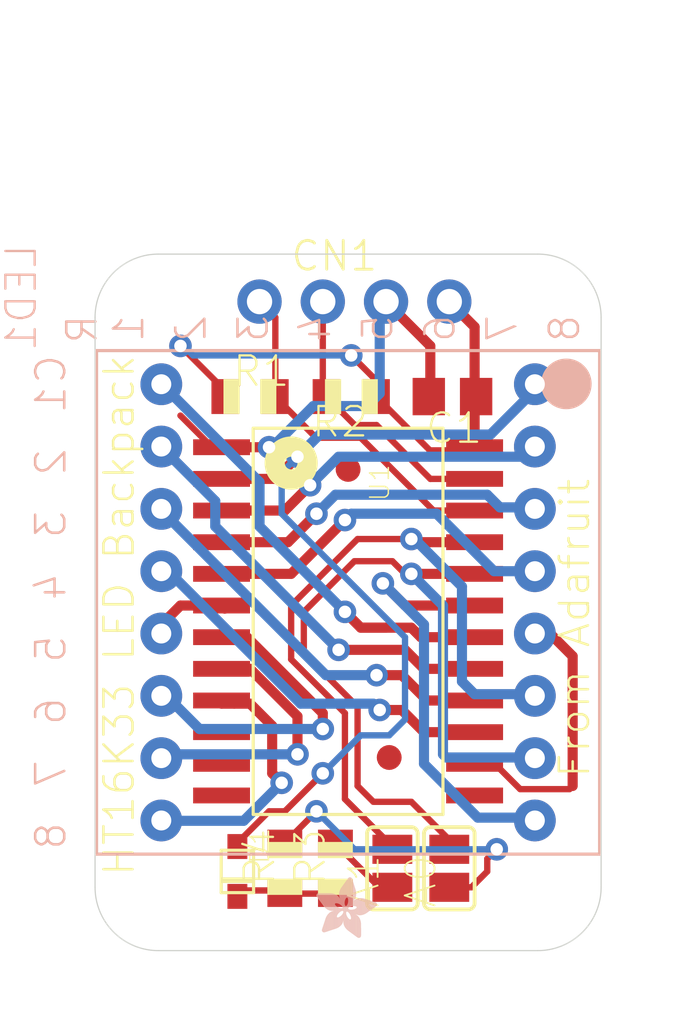
<source format=kicad_pcb>
(kicad_pcb (version 20211014) (generator pcbnew)
  (layers (0 "F.Cu" signal) (1 "In1.Cu" signal) (2 "In2.Cu" signal) (3 "In3.Cu" signal) (4 "In4.Cu" signal) (5 "In5.Cu" signal) (6 "In6.Cu" signal) (7 "In7.Cu" signal) (8 "In8.Cu" signal) (9 "In9.Cu" signal) (10 "In10.Cu" signal) (11 "In11.Cu" signal) (12 "In12.Cu" signal) (13 "In13.Cu" signal) (14 "In14.Cu" signal) (31 "B.Cu" signal) (34 "B.Paste" user) (35 "F.Paste" user) (36 "B.SilkS" user "B.Silkscreen") (37 "F.SilkS" user "F.Silkscreen") (38 "B.Mask" user) (39 "F.Mask" user) (44 "Edge.Cuts" user))
  (net 0 "")
  (net 1 "N$1")
  (net 2 "N$2")
  (net 3 "N$3")
  (net 4 "N$4")
  (net 5 "N$5")
  (net 6 "N$6")
  (net 7 "N$7")
  (net 8 "N$8")
  (net 9 "N$11")
  (net 10 "N$12")
  (net 11 "N$13")
  (net 12 "N$16")
  (net 13 "SCL")
  (net 14 "VDD")
  (net 15 "GND")
  (net 16 "SEG_G")
  (net 17 "SEG_F")
  (net 18 "N$14")
  (net 19 "N$19")
  (net 20 "N$20")
  (net 21 "A1")
  (net 22 "A0")
  (net 23 "SDA")
  (footprint "boardEagle:FIDUCIAL_1MM" (layer "F.Cu") (at 150.1521 111.2266)
    (fp_text reference "U$1" hide)
    (fp_text value "FIDUCIAL" hide)
    (pad "1" smd roundrect (at 0 0) (size 1 1) (layers "F.Cu") (roundrect_rratio 0.5))
  )
  (footprint "boardEagle:SOLDERJUMPER_REFLOW_NOPASTE" (layer "F.Cu") (at 150.2791 115.6716 90)
    (fp_text reference "A1" (at -1.651 -1.143 90) (layer "F.SilkS") (effects (font (size 1.196848 1.196848) (thickness 0.073152)) (justify left)))
    (fp_text value "")
    (pad "1" smd rect (at -0.762 0 90) (size 1.1684 1.6002) (layers "F.Cu" "F.Mask") (net 19 "N$19"))
    (pad "2" smd rect (at 0.762 0 90) (size 1.1684 1.6002) (layers "F.Cu" "F.Mask") (net 21 "A1"))
  )
  (footprint "boardEagle:R0805" (layer "F.Cu") (at 148.6281 96.7486 180)
    (fp_text reference "R2" (at -0.762 -1.016) (layer "F.SilkS") (effects (font (size 1.176528 1.176528) (thickness 0.093472)) (justify right)))
    (fp_text value "10K")
    (pad "1" smd rect (at -1 0 180) (size 1.1 1.4) (layers "F.Cu" "F.Paste" "F.Mask") (net 14 "VDD"))
    (pad "2" smd rect (at 1 0 180) (size 1.1 1.4) (layers "F.Cu" "F.Paste" "F.Mask") (net 23 "SDA"))
  )
  (footprint "boardEagle:1X04-CLEANBIG" (layer "F.Cu") (at 148.7551 92.9386)
    (fp_text reference "CN1" (at -2.6162 -1.8288) (layer "F.SilkS") (effects (font (size 1.1557 1.1557) (thickness 0.1143)) (justify left)))
    (fp_text value "1X4-CLEANBIG" hide)
    (pad "1" thru_hole circle (at -3.81 0 90) (size 1.778 1.778) (drill 1.016) (layers *.Cu *.Mask) (net 13 "SCL"))
    (pad "2" thru_hole circle (at -1.27 0 90) (size 1.778 1.778) (drill 1.016) (layers *.Cu *.Mask) (net 23 "SDA"))
    (pad "3" thru_hole circle (at 1.27 0 90) (size 1.778 1.778) (drill 1.016) (layers *.Cu *.Mask) (net 15 "GND"))
    (pad "4" thru_hole circle (at 3.81 0 90) (size 1.778 1.778) (drill 1.016) (layers *.Cu *.Mask) (net 14 "VDD"))
  )
  (footprint "boardEagle:R0805" (layer "F.Cu") (at 144.5641 96.7486)
    (fp_text reference "R1" (at -0.762 -1.016) (layer "F.SilkS") (effects (font (size 1.176528 1.176528) (thickness 0.093472)) (justify left)))
    (fp_text value "10K")
    (pad "1" smd rect (at -1 0) (size 1.1 1.4) (layers "F.Cu" "F.Paste" "F.Mask") (net 14 "VDD"))
    (pad "2" smd rect (at 1 0) (size 1.1 1.4) (layers "F.Cu" "F.Paste" "F.Mask") (net 13 "SCL"))
  )
  (footprint "" (layer "F.Cu") (at 155.4861 117.0686)
    (fp_text reference "@HOLE1" hide)
    (fp_text value "" (at 0 0) (layer "F.SilkS") (effects (font (size 1.27 1.27))))
    (pad "" np_thru_hole circle (at 0 0) (size 2 2) (drill 2) (layers *.Cu *.Mask))
  )
  (footprint "boardEagle:C0805" (layer "F.Cu") (at 152.6921 96.7486 180)
    (fp_text reference "C1" (at -1.27 -1.27) (layer "F.SilkS") (effects (font (size 1.176528 1.176528) (thickness 0.093472)) (justify right)))
    (fp_text value "10uF")
    (pad "1" smd rect (at -0.95 0 180) (size 1.3 1.5) (layers "F.Cu" "F.Paste" "F.Mask") (net 14 "VDD"))
    (pad "2" smd rect (at 0.95 0 180) (size 1.3 1.5) (layers "F.Cu" "F.Paste" "F.Mask") (net 15 "GND"))
  )
  (footprint "boardEagle:SOLDERJUMPER_REFLOW_NOPASTE" (layer "F.Cu") (at 152.5651 115.6716 90)
    (fp_text reference "A0" (at -1.651 -1.143 90) (layer "F.SilkS") (effects (font (size 1.196848 1.196848) (thickness 0.073152)) (justify left)))
    (fp_text value "")
    (pad "1" smd rect (at -0.762 0 90) (size 1.1684 1.6002) (layers "F.Cu" "F.Mask") (net 20 "N$20"))
    (pad "2" smd rect (at 0.762 0 90) (size 1.1684 1.6002) (layers "F.Cu" "F.Mask") (net 22 "A0"))
  )
  (footprint "boardEagle:SOD-323F" (layer "F.Cu") (at 144.0561 115.7986 -90)
    (fp_text reference "D1" (at -1.8 -0.9 90) (layer "F.SilkS") (effects (font (size 0.752978 0.752978) (thickness 0.059822)) (justify right)))
    (fp_text value "1N4148")
    (pad "A" smd rect (at -1 0 270) (size 1 0.8) (layers "F.Cu" "F.Paste" "F.Mask") (net 8 "N$8"))
    (pad "C" smd rect (at 1 0 270) (size 1 0.8) (layers "F.Cu" "F.Paste" "F.Mask") (net 18 "N$14"))
  )
  (footprint "boardEagle:SOP24_300MIL" (layer "F.Cu") (at 148.5011 105.7656 -90)
    (fp_text reference "U1" (at -6.35 -1.27 90) (layer "F.SilkS") (effects (font (size 0.752978 0.752978) (thickness 0.059822)) (justify right)))
    (fp_text value "")
    (pad "P$1" smd rect (at -6.985 5.08 270) (size 0.635 2.286) (layers "F.Cu" "F.Paste" "F.Mask") (net 15 "GND"))
    (pad "P$2" smd rect (at -5.715 5.08 270) (size 0.635 2.286) (layers "F.Cu" "F.Paste" "F.Mask") (net 8 "N$8"))
    (pad "P$3" smd rect (at -4.445 5.08 270) (size 0.635 2.286) (layers "F.Cu" "F.Paste" "F.Mask") (net 7 "N$7"))
    (pad "P$4" smd rect (at -3.175 5.08 270) (size 0.635 2.286) (layers "F.Cu" "F.Paste" "F.Mask") (net 6 "N$6"))
    (pad "P$5" smd rect (at -1.905 5.08 270) (size 0.635 2.286) (layers "F.Cu" "F.Paste" "F.Mask") (net 5 "N$5"))
    (pad "P$6" smd rect (at -0.635 5.08 270) (size 0.635 2.286) (layers "F.Cu" "F.Paste" "F.Mask") (net 4 "N$4"))
    (pad "P$7" smd rect (at 0.635 5.08 270) (size 0.635 2.286) (layers "F.Cu" "F.Paste" "F.Mask") (net 3 "N$3"))
    (pad "P$8" smd rect (at 1.905 5.08 270) (size 0.635 2.286) (layers "F.Cu" "F.Paste" "F.Mask") (net 2 "N$2"))
    (pad "P$9" smd rect (at 3.175 5.08 270) (size 0.635 2.286) (layers "F.Cu" "F.Paste" "F.Mask") (net 1 "N$1"))
    (pad "P$10" smd rect (at 4.445 5.08 270) (size 0.635 2.286) (layers "F.Cu" "F.Paste" "F.Mask"))
    (pad "P$11" smd rect (at 5.715 5.08 270) (size 0.635 2.286) (layers "F.Cu" "F.Paste" "F.Mask"))
    (pad "P$12" smd rect (at 6.985 5.08 270) (size 0.635 2.286) (layers "F.Cu" "F.Paste" "F.Mask"))
    (pad "P$13" smd rect (at 6.985 -5.08 90) (size 0.635 2.286) (layers "F.Cu" "F.Paste" "F.Mask"))
    (pad "P$14" smd rect (at 5.715 -5.08 90) (size 0.635 2.286) (layers "F.Cu" "F.Paste" "F.Mask") (net 12 "N$16"))
    (pad "P$15" smd rect (at 4.445 -5.08 90) (size 0.635 2.286) (layers "F.Cu" "F.Paste" "F.Mask") (net 16 "SEG_G"))
    (pad "P$16" smd rect (at 3.175 -5.08 90) (size 0.635 2.286) (layers "F.Cu" "F.Paste" "F.Mask") (net 17 "SEG_F"))
    (pad "P$17" smd rect (at 1.905 -5.08 90) (size 0.635 2.286) (layers "F.Cu" "F.Paste" "F.Mask") (net 11 "N$13"))
    (pad "P$18" smd rect (at 0.635 -5.08 90) (size 0.635 2.286) (layers "F.Cu" "F.Paste" "F.Mask") (net 10 "N$12"))
    (pad "P$19" smd rect (at -0.635 -5.08 90) (size 0.635 2.286) (layers "F.Cu" "F.Paste" "F.Mask") (net 9 "N$11"))
    (pad "P$20" smd rect (at -1.905 -5.08 90) (size 0.635 2.286) (layers "F.Cu" "F.Paste" "F.Mask") (net 22 "A0"))
    (pad "P$21" smd rect (at -3.175 -5.08 90) (size 0.635 2.286) (layers "F.Cu" "F.Paste" "F.Mask") (net 21 "A1"))
    (pad "P$22" smd rect (at -4.445 -5.08 90) (size 0.635 2.286) (layers "F.Cu" "F.Paste" "F.Mask") (net 13 "SCL"))
    (pad "P$23" smd rect (at -5.715 -5.08 90) (size 0.635 2.286) (layers "F.Cu" "F.Paste" "F.Mask") (net 23 "SDA"))
    (pad "P$24" smd rect (at -6.985 -5.08 90) (size 0.635 2.286) (layers "F.Cu" "F.Paste" "F.Mask") (net 14 "VDD"))
  )
  (footprint "" (layer "F.Cu") (at 141.5161 117.0686)
    (fp_text reference "@HOLE0" hide)
    (fp_text value "" (at 0 0) (layer "F.SilkS") (effects (font (size 1.27 1.27))))
    (pad "" np_thru_hole circle (at 0 0) (size 2 2) (drill 2) (layers *.Cu *.Mask))
  )
  (footprint "boardEagle:FIDUCIAL_1MM" (layer "F.Cu") (at 148.5011 99.6696)
    (fp_text reference "U$2" hide)
    (fp_text value "FIDUCIAL" hide)
    (pad "1" smd roundrect (at 0 0) (size 1 1) (layers "F.Cu") (roundrect_rratio 0.5))
  )
  (footprint "boardEagle:R0805" (layer "F.Cu") (at 145.9611 115.6716 90)
    (fp_text reference "R4" (at -0.762 -1.016 90) (layer "F.SilkS") (effects (font (size 1.176528 1.176528) (thickness 0.093472)) (justify left)))
    (fp_text value "10K")
    (pad "1" smd rect (at -1 0 90) (size 1.1 1.4) (layers "F.Cu" "F.Paste" "F.Mask") (net 18 "N$14"))
    (pad "2" smd rect (at 1 0 90) (size 1.1 1.4) (layers "F.Cu" "F.Paste" "F.Mask") (net 20 "N$20"))
  )
  (footprint "" (layer "F.Cu") (at 141.5161 92.9386)
    (fp_text reference "@HOLE2" hide)
    (fp_text value "" (at 0 0) (layer "F.SilkS") (effects (font (size 1.27 1.27))))
    (pad "" np_thru_hole circle (at 0 0) (size 2 2) (drill 2) (layers *.Cu *.Mask))
  )
  (footprint "" (layer "F.Cu") (at 155.4861 92.9386)
    (fp_text reference "@HOLE3" hide)
    (fp_text value "" (at 0 0) (layer "F.SilkS") (effects (font (size 1.27 1.27))))
    (pad "" np_thru_hole circle (at 0 0) (size 2 2) (drill 2) (layers *.Cu *.Mask))
  )
  (footprint "boardEagle:R0805" (layer "F.Cu") (at 147.9931 115.6716 90)
    (fp_text reference "R3" (at -0.762 -1.016 90) (layer "F.SilkS") (effects (font (size 1.176528 1.176528) (thickness 0.093472)) (justify left)))
    (fp_text value "10K")
    (pad "1" smd rect (at -1 0 90) (size 1.1 1.4) (layers "F.Cu" "F.Paste" "F.Mask") (net 18 "N$14"))
    (pad "2" smd rect (at 1 0 90) (size 1.1 1.4) (layers "F.Cu" "F.Paste" "F.Mask") (net 19 "N$19"))
  )
  (footprint "boardEagle:ADAFRUIT_2.5MM" (layer "B.Cu") (at 147.2311 118.4656 90)
    (fp_text reference "U$4" hide)
    (fp_text value "" hide)
  )
  (footprint "boardEagle:SEGMENT_BL-M07C881UR" (layer "B.Cu") (at 148.5011 105.0036 -90)
    (fp_text reference "LED1" (at -10 13.125 -270) (layer "B.SilkS") (effects (font (size 1.176528 1.176528) (thickness 0.093472)) (justify right mirror)))
    (fp_text value "BL-M07C881UR")
    (fp_text user "1" (at -8.75 11.25 90) (layer "B.SilkS") (effects (font (size 1.1684 1.1684) (thickness 0.1016)) (justify left bottom mirror)))
    (fp_text user "C" (at -10 11.25 90) (layer "B.SilkS") (effects (font (size 1.1684 1.1684) (thickness 0.1016)) (justify left bottom mirror)))
    (fp_text user "3" (at -11.61 3.125 90) (layer "B.SilkS") (effects (font (size 1.1684 1.1684) (thickness 0.1016)) (justify left bottom mirror)))
    (fp_text user "3" (at -3.75 11.25 90) (layer "B.SilkS") (effects (font (size 1.1684 1.1684) (thickness 0.1016)) (justify left bottom mirror)))
    (fp_text user "8" (at -11.61 -9.375 90) (layer "B.SilkS") (effects (font (size 1.1684 1.1684) (thickness 0.1016)) (justify left bottom mirror)))
    (fp_text user "6" (at -11.61 -4.375 90) (layer "B.SilkS") (effects (font (size 1.1684 1.1684) (thickness 0.1016)) (justify left bottom mirror)))
    (fp_text user "5" (at -11.61 -1.875 90) (layer "B.SilkS") (effects (font (size 1.1684 1.1684) (thickness 0.1016)) (justify left bottom mirror)))
    (fp_text user "5" (at 1.25 11.25 90) (layer "B.SilkS") (effects (font (size 1.1684 1.1684) (thickness 0.1016)) (justify left bottom mirror)))
    (fp_text user "1" (at -11.61 8.125 90) (layer "B.SilkS") (effects (font (size 1.1684 1.1684) (thickness 0.1016)) (justify left bottom mirror)))
    (fp_text user "4" (at -1.25 11.25 90) (layer "B.SilkS") (effects (font (size 1.1684 1.1684) (thickness 0.1016)) (justify left bottom mirror)))
    (fp_text user "2" (at -11.61 5.625 90) (layer "B.SilkS") (effects (font (size 1.1684 1.1684) (thickness 0.1016)) (justify left bottom mirror)))
    (fp_text user "8" (at 8.75 11.25 90) (layer "B.SilkS") (effects (font (size 1.1684 1.1684) (thickness 0.1016)) (justify left bottom mirror)))
    (fp_text user "7" (at 6.25 11.25 90) (layer "B.SilkS") (effects (font (size 1.1684 1.1684) (thickness 0.1016)) (justify left bottom mirror)))
    (fp_text user "2" (at -6.25 11.25 90) (layer "B.SilkS") (effects (font (size 1.1684 1.1684) (thickness 0.1016)) (justify left bottom mirror)))
    (fp_text user "4" (at -11.61 0.625 90) (layer "B.SilkS") (effects (font (size 1.1684 1.1684) (thickness 0.1016)) (justify left bottom mirror)))
    (fp_text user "7" (at -11.61 -6.875 90) (layer "B.SilkS") (effects (font (size 1.1684 1.1684) (thickness 0.1016)) (justify left bottom mirror)))
    (fp_text user "R" (at -11.61 10 90) (layer "B.SilkS") (effects (font (size 1.1684 1.1684) (thickness 0.1016)) (justify left bottom mirror)))
    (fp_text user "6" (at 3.75 11.25 90) (layer "B.SilkS") (effects (font (size 1.1684 1.1684) (thickness 0.1016)) (justify left bottom mirror)))
    (pad "1" thru_hole circle (at -8.75 -7.5 270) (size 1.6764 1.6764) (drill 0.8) (layers *.Cu *.Mask) (net 8 "N$8"))
    (pad "2" thru_hole circle (at -6.25 -7.5 270) (size 1.6764 1.6764) (drill 0.8) (layers *.Cu *.Mask) (net 7 "N$7"))
    (pad "3" thru_hole circle (at -3.75 -7.5 270) (size 1.6764 1.6764) (drill 0.8) (layers *.Cu *.Mask) (net 6 "N$6"))
    (pad "4" thru_hole circle (at -1.25 -7.5 270) (size 1.6764 1.6764) (drill 0.8) (layers *.Cu *.Mask) (net 5 "N$5"))
    (pad "5" thru_hole circle (at 1.25 -7.5 270) (size 1.6764 1.6764) (drill 0.8) (layers *.Cu *.Mask) (net 12 "N$16"))
    (pad "6" thru_hole circle (at 3.75 -7.5 270) (size 1.6764 1.6764) (drill 0.8) (layers *.Cu *.Mask) (net 21 "A1"))
    (pad "7" thru_hole circle (at 6.25 -7.5 270) (size 1.6764 1.6764) (drill 0.8) (layers *.Cu *.Mask) (net 22 "A0"))
    (pad "8" thru_hole circle (at 8.75 -7.5 270) (size 1.6764 1.6764) (drill 0.8) (layers *.Cu *.Mask) (net 9 "N$11"))
    (pad "9" thru_hole circle (at 8.75 7.5 270) (size 1.6764 1.6764) (drill 0.8) (layers *.Cu *.Mask) (net 1 "N$1"))
    (pad "10" thru_hole circle (at 6.25 7.5 270) (size 1.6764 1.6764) (drill 0.8) (layers *.Cu *.Mask) (net 2 "N$2"))
    (pad "11" thru_hole circle (at 3.75 7.5 270) (size 1.6764 1.6764) (drill 0.8) (layers *.Cu *.Mask) (net 3 "N$3"))
    (pad "12" thru_hole circle (at 1.25 7.5 270) (size 1.6764 1.6764) (drill 0.8) (layers *.Cu *.Mask) (net 4 "N$4"))
    (pad "13" thru_hole circle (at -1.25 7.5 270) (size 1.6764 1.6764) (drill 0.8) (layers *.Cu *.Mask) (net 16 "SEG_G"))
    (pad "14" thru_hole circle (at -3.75 7.5 270) (size 1.6764 1.6764) (drill 0.8) (layers *.Cu *.Mask) (net 17 "SEG_F"))
    (pad "15" thru_hole circle (at -6.25 7.5 270) (size 1.6764 1.6764) (drill 0.8) (layers *.Cu *.Mask) (net 11 "N$13"))
    (pad "16" thru_hole circle (at -8.75 7.5 270) (size 1.6764 1.6764) (drill 0.8) (layers *.Cu *.Mask) (net 10 "N$12"))
  )
  (gr_line (start 138.3411 93.5736) (end 138.3411 116.4336) (layer "Edge.Cuts") (width 0.05))
  (gr_line (start 140.8811 118.9736) (end 156.1211 118.9736) (layer "Edge.Cuts") (width 0.05))
  (gr_arc (start 140.8811 118.9736) (mid 139.085049 118.229651) (end 138.3411 116.4336) (layer "Edge.Cuts") (width 0.05))
  (gr_line (start 158.6611 116.4336) (end 158.6611 93.5736) (layer "Edge.Cuts") (width 0.05))
  (gr_line (start 156.1211 91.0336) (end 140.8811 91.0336) (layer "Edge.Cuts") (width 0.05))
  (gr_arc (start 158.6611 116.4336) (mid 157.917122 118.229622) (end 156.1211 118.9736) (layer "Edge.Cuts") (width 0.05))
  (gr_arc (start 138.3411 93.5736) (mid 139.085078 91.777578) (end 140.8811 91.0336) (layer "Edge.Cuts") (width 0.05))
  (gr_arc (start 156.1211 91.0336) (mid 157.917122 91.777578) (end 158.6611 93.5736) (layer "Edge.Cuts") (width 0.05))
  (gr_text "From Adafruit" (at 158.2801 112.1156 90) (layer "F.SilkS") (effects (font (size 1.1684 1.1684) (thickness 0.1016)) (justify left bottom)))
  (gr_text "HT16K33 LED Backpack" (at 139.9921 116.0526 90) (layer "F.SilkS") (effects (font (size 1.1684 1.1684) (thickness 0.1016)) (justify left bottom)))
  (segment (start 145.4531 109.9566) (end 144.5641 109.0676) (width 0.4064) (layer "F.Cu") (net 1))
  (segment (start 144.5641 109.0676) (end 143.9291 109.0676) (width 0.4064) (layer "F.Cu") (net 1))
  (segment (start 145.4531 109.9566) (end 145.4531 111.8616) (width 0.4064) (layer "F.Cu") (net 1))
  (segment (start 143.4211 109.0676) (end 143.2941 108.9406) (width 0.4064) (layer "F.Cu") (net 1))
  (segment (start 143.2941 108.9406) (end 143.4211 108.9406) (width 0.4064) (layer "F.Cu") (net 1))
  (segment (start 145.4531 111.8616) (end 145.8341 112.2426) (width 0.4064) (layer "F.Cu") (net 1))
  (segment (start 143.9291 109.0676) (end 143.4211 109.0676) (width 0.4064) (layer "F.Cu") (net 1))
  (via (at 145.8341 112.2426) (size 0.9064) (drill 0.5) (layers "F.Cu" "B.Cu") (net 1))
  (segment (start 141.0141 113.7666) (end 141.0011 113.7536) (width 0.4064) (layer "B.Cu") (net 1))
  (segment (start 144.3101 113.7666) (end 141.0141 113.7666) (width 0.4064) (layer "B.Cu") (net 1))
  (segment (start 145.8341 112.2426) (end 144.3101 113.7666) (width 0.4064) (layer "B.Cu") (net 1))
  (segment (start 146.4691 109.5756) (end 146.4691 111.0996) (width 0.4064) (layer "F.Cu") (net 2))
  (segment (start 146.4691 109.5756) (end 144.5641 107.6706) (width 0.4064) (layer "F.Cu") (net 2))
  (segment (start 144.5641 107.6706) (end 143.4211 107.6706) (width 0.4064) (layer "F.Cu") (net 2))
  (via (at 146.4691 111.0996) (size 0.9064) (drill 0.5) (layers "F.Cu" "B.Cu") (net 2))
  (segment (start 141.2621 111.0996) (end 141.1081 111.2536) (width 0.4064) (layer "B.Cu") (net 2))
  (segment (start 146.4691 111.0996) (end 141.2621 111.0996) (width 0.4064) (layer "B.Cu") (net 2))
  (segment (start 141.1081 111.2536) (end 141.0011 111.2536) (width 0.4064) (layer "B.Cu") (net 2))
  (segment (start 144.4371 106.4006) (end 143.4211 106.4006) (width 0.4064) (layer "F.Cu") (net 3))
  (segment (start 147.4851 109.4486) (end 144.4371 106.4006) (width 0.4064) (layer "F.Cu") (net 3))
  (segment (start 147.4851 109.4486) (end 147.4851 110.0836) (width 0.4064) (layer "F.Cu") (net 3))
  (via (at 147.4851 110.0836) (size 0.9064) (drill 0.5) (layers "F.Cu" "B.Cu") (net 3))
  (segment (start 141.2021 108.7536) (end 141.0011 108.7536) (width 0.4064) (layer "B.Cu") (net 3))
  (segment (start 147.4851 110.0836) (end 142.5321 110.0836) (width 0.4064) (layer "B.Cu") (net 3))
  (segment (start 142.5321 110.0836) (end 141.2021 108.7536) (width 0.4064) (layer "B.Cu") (net 3))
  (segment (start 143.4211 105.1306) (end 141.7701 105.1306) (width 0.4064) (layer "F.Cu") (net 4))
  (segment (start 143.5481 105.2576) (end 143.4211 105.1306) (width 0.4064) (layer "F.Cu") (net 4))
  (segment (start 141.7701 105.1306) (end 141.0011 105.8996) (width 0.4064) (layer "F.Cu") (net 4))
  (segment (start 141.0011 105.8996) (end 141.0011 106.2536) (width 0.4064) (layer "F.Cu") (net 4))
  (segment (start 146.2151 103.8606) (end 143.4211 103.8606) (width 0.4064) (layer "F.Cu") (net 5))
  (segment (start 146.2151 103.8606) (end 148.3741 101.7016) (width 0.4064) (layer "F.Cu") (net 5))
  (via (at 148.3741 101.7016) (size 0.9064) (drill 0.5) (layers "F.Cu" "B.Cu") (net 5))
  (segment (start 148.3741 101.7016) (end 148.6281 101.4476) (width 0.4064) (layer "B.Cu") (net 5))
  (segment (start 152.0571 101.4476) (end 154.3631 103.7536) (width 0.4064) (layer "B.Cu") (net 5))
  (segment (start 148.6281 101.4476) (end 152.0571 101.4476) (width 0.4064) (layer "B.Cu") (net 5))
  (segment (start 154.3631 103.7536) (end 156.0011 103.7536) (width 0.4064) (layer "B.Cu") (net 5))
  (segment (start 146.0881 102.5906) (end 147.2311 101.4476) (width 0.4064) (layer "F.Cu") (net 6))
  (segment (start 146.0881 102.5906) (end 143.4211 102.5906) (width 0.4064) (layer "F.Cu") (net 6))
  (via (at 147.2311 101.4476) (size 0.9064) (drill 0.5) (layers "F.Cu" "B.Cu") (net 6))
  (segment (start 155.9941 101.1936) (end 155.9941 101.2466) (width 0.4064) (layer "B.Cu") (net 6))
  (segment (start 154.5971 101.1936) (end 155.9941 101.1936) (width 0.4064) (layer "B.Cu") (net 6))
  (segment (start 147.2311 101.4476) (end 147.9931 100.6856) (width 0.4064) (layer "B.Cu") (net 6))
  (segment (start 154.0891 100.6856) (end 154.5971 101.1936) (width 0.4064) (layer "B.Cu") (net 6))
  (segment (start 156.0011 101.2536) (end 155.9341 101.2536) (width 0.4064) (layer "B.Cu") (net 6))
  (segment (start 155.9941 101.2466) (end 156.0011 101.2536) (width 0.4064) (layer "B.Cu") (net 6))
  (segment (start 147.9931 100.6856) (end 154.0891 100.6856) (width 0.4064) (layer "B.Cu") (net 6))
  (segment (start 145.9611 101.3206) (end 143.4211 101.3206) (width 0.4064) (layer "F.Cu") (net 7))
  (segment (start 145.9611 101.3206) (end 146.9771 100.3046) (width 0.4064) (layer "F.Cu") (net 7))
  (via (at 146.9771 100.3046) (size 0.9064) (drill 0.5) (layers "F.Cu" "B.Cu") (net 7))
  (segment (start 155.9941 98.7466) (end 155.9941 98.5266) (width 0.4064) (layer "B.Cu") (net 7))
  (segment (start 146.9771 100.3046) (end 148.1201 99.1616) (width 0.4064) (layer "B.Cu") (net 7))
  (segment (start 155.9941 98.7806) (end 155.9941 98.7466) (width 0.4064) (layer "B.Cu") (net 7))
  (segment (start 155.6131 99.1616) (end 155.9941 98.7806) (width 0.4064) (layer "B.Cu") (net 7))
  (segment (start 155.9941 98.7466) (end 156.0011 98.7536) (width 0.4064) (layer "B.Cu") (net 7))
  (segment (start 148.1201 99.1616) (end 155.6131 99.1616) (width 0.4064) (layer "B.Cu") (net 7))
  (segment (start 145.9611 113.3856) (end 145.3261 113.3856) (width 0.254) (layer "F.Cu") (net 8))
  (segment (start 145.5801 100.0506) (end 143.4211 100.0506) (width 0.4064) (layer "F.Cu") (net 8))
  (segment (start 147.4851 111.8616) (end 145.9611 113.3856) (width 0.254) (layer "F.Cu") (net 8))
  (segment (start 146.4691 99.1616) (end 145.5801 100.0506) (width 0.4064) (layer "F.Cu") (net 8))
  (segment (start 145.3261 113.3856) (end 144.1831 114.5286) (width 0.254) (layer "F.Cu") (net 8))
  (segment (start 144.1671 114.7986) (end 144.0561 114.7986) (width 0.254) (layer "F.Cu") (net 8))
  (segment (start 144.1671 114.5446) (end 144.1671 114.7986) (width 0.254) (layer "F.Cu") (net 8))
  (segment (start 144.1831 114.5286) (end 144.1671 114.5446) (width 0.254) (layer "F.Cu") (net 8))
  (via (at 146.4691 99.1616) (size 0.9064) (drill 0.5) (layers "F.Cu" "B.Cu") (net 8))
  (via (at 147.4851 111.8616) (size 0.9064) (drill 0.5) (layers "F.Cu" "B.Cu") (net 8))
  (segment (start 155.9941 96.4946) (end 155.9941 96.2466) (width 0.4064) (layer "B.Cu") (net 8))
  (segment (start 150.1521 110.3376) (end 149.0091 110.3376) (width 0.254) (layer "B.Cu") (net 8))
  (segment (start 155.9941 96.2466) (end 155.9941 96.2406) (width 0.4064) (layer "B.Cu") (net 8))
  (segment (start 154.2161 98.2726) (end 155.9941 96.4946) (width 0.4064) (layer "B.Cu") (net 8))
  (segment (start 150.7871 109.7026) (end 150.1521 110.3376) (width 0.254) (layer "B.Cu") (net 8))
  (segment (start 145.8341 101.4476) (end 150.7871 106.4006) (width 0.254) (layer "B.Cu") (net 8))
  (segment (start 149.0091 110.3376) (end 147.4851 111.8616) (width 0.254) (layer "B.Cu") (net 8))
  (segment (start 145.8341 101.4476) (end 145.8341 99.7966) (width 0.254) (layer "B.Cu") (net 8))
  (segment (start 145.8341 99.7966) (end 146.4691 99.1616) (width 0.254) (layer "B.Cu") (net 8))
  (segment (start 150.7871 106.4006) (end 150.7871 109.7026) (width 0.254) (layer "B.Cu") (net 8))
  (segment (start 146.4691 99.1616) (end 147.3581 98.2726) (width 0.4064) (layer "B.Cu") (net 8))
  (segment (start 147.3581 98.2726) (end 154.2161 98.2726) (width 0.4064) (layer "B.Cu") (net 8))
  (segment (start 155.9941 96.2466) (end 156.0011 96.2536) (width 0.4064) (layer "B.Cu") (net 8))
  (segment (start 150.7871 105.1306) (end 153.5811 105.1306) (width 0.4064) (layer "F.Cu") (net 9))
  (segment (start 149.8981 104.2416) (end 150.7871 105.1306) (width 0.4064) (layer "F.Cu") (net 9))
  (via (at 149.8981 104.2416) (size 0.9064) (drill 0.5) (layers "F.Cu" "B.Cu") (net 9))
  (segment (start 151.5491 105.8926) (end 151.5491 111.4806) (width 0.4064) (layer "B.Cu") (net 9))
  (segment (start 151.5491 111.4806) (end 153.7081 113.6396) (width 0.4064) (layer "B.Cu") (net 9))
  (segment (start 155.9941 113.6396) (end 155.9941 113.7466) (width 0.4064) (layer "B.Cu") (net 9))
  (segment (start 155.9941 113.7466) (end 156.0011 113.7536) (width 0.4064) (layer "B.Cu") (net 9))
  (segment (start 153.7081 113.6396) (end 155.9941 113.6396) (width 0.4064) (layer "B.Cu") (net 9))
  (segment (start 149.8981 104.2416) (end 151.5491 105.8926) (width 0.4064) (layer "B.Cu") (net 9))
  (segment (start 151.0411 106.0196) (end 151.4221 106.4006) (width 0.4064) (layer "F.Cu") (net 10))
  (segment (start 149.0091 106.0196) (end 151.0411 106.0196) (width 0.4064) (layer "F.Cu") (net 10))
  (segment (start 148.3741 105.3846) (end 149.0091 106.0196) (width 0.4064) (layer "F.Cu") (net 10))
  (segment (start 149.0091 106.0196) (end 150.0251 106.0196) (width 0.4064) (layer "F.Cu") (net 10))
  (segment (start 151.4221 106.4006) (end 153.5811 106.4006) (width 0.4064) (layer "F.Cu") (net 10))
  (via (at 148.3741 105.3846) (size 0.9064) (drill 0.5) (layers "F.Cu" "B.Cu") (net 10))
  (segment (start 148.3741 105.3846) (end 144.9451 101.9556) (width 0.4064) (layer "B.Cu") (net 10))
  (segment (start 144.9451 101.9556) (end 144.9451 100.1776) (width 0.4064) (layer "B.Cu") (net 10))
  (segment (start 141.0011 96.2476) (end 141.0011 96.2536) (width 0.4064) (layer "B.Cu") (net 10))
  (segment (start 144.9451 100.1776) (end 141.0081 96.2406) (width 0.4064) (layer "B.Cu") (net 10))
  (segment (start 141.0081 96.2406) (end 141.0011 96.2476) (width 0.4064) (layer "B.Cu") (net 10))
  (segment (start 148.1201 106.9086) (end 150.7871 106.9086) (width 0.4064) (layer "F.Cu") (net 11))
  (segment (start 150.7871 106.9086) (end 151.5491 107.6706) (width 0.4064) (layer "F.Cu") (net 11))
  (segment (start 151.5491 107.6706) (end 153.5811 107.6706) (width 0.4064) (layer "F.Cu") (net 11))
  (via (at 148.1201 106.9086) (size 0.9064) (drill 0.5) (layers "F.Cu" "B.Cu") (net 11))
  (segment (start 143.1671 100.9396) (end 143.1671 101.9556) (width 0.4064) (layer "B.Cu") (net 11))
  (segment (start 143.1671 101.9556) (end 148.1201 106.9086) (width 0.4064) (layer "B.Cu") (net 11))
  (segment (start 141.0011 98.7536) (end 141.0011 98.7736) (width 0.4064) (layer "B.Cu") (net 11))
  (segment (start 141.0011 98.7736) (end 143.1671 100.9396) (width 0.4064) (layer "B.Cu") (net 11))
  (segment (start 156.6291 106.2736) (end 156.0211 106.2736) (width 0.4064) (layer "F.Cu") (net 12))
  (segment (start 154.3939 111.4806) (end 154.4701 111.4806) (width 0.4064) (layer "F.Cu") (net 12))
  (segment (start 156.0211 106.2736) (end 156.0011 106.2536) (width 0.4064) (layer "F.Cu") (net 12))
  (segment (start 157.3911 112.4966) (end 157.5181 112.3696) (width 0.254) (layer "F.Cu") (net 12))
  (segment (start 153.5811 111.4806) (end 154.3939 111.4806) (width 0.4064) (layer "F.Cu") (net 12))
  (segment (start 155.4099 112.4966) (end 157.3911 112.4966) (width 0.254) (layer "F.Cu") (net 12))
  (segment (start 157.5181 107.1626) (end 156.6291 106.2736) (width 0.4064) (layer "F.Cu") (net 12))
  (segment (start 157.5181 112.3696) (end 157.5181 107.1626) (width 0.4064) (layer "F.Cu") (net 12))
  (segment (start 153.5811 111.4806) (end 153.4541 111.4806) (width 0.4064) (layer "F.Cu") (net 12))
  (segment (start 154.3939 111.4806) (end 155.4099 112.4966) (width 0.254) (layer "F.Cu") (net 12))
  (segment (start 149.0091 98.3996) (end 151.9301 101.3206) (width 0.254) (layer "F.Cu") (net 13))
  (segment (start 145.5641 96.7486) (end 145.5801 96.7326) (width 0.254) (layer "F.Cu") (net 13))
  (segment (start 145.5801 96.7326) (end 145.5801 93.5736) (width 0.254) (layer "F.Cu") (net 13))
  (segment (start 153.5811 101.3206) (end 153.7081 101.3206) (width 0.254) (layer "F.Cu") (net 13))
  (segment (start 153.5811 101.3206) (end 153.7081 101.4476) (width 0.254) (layer "F.Cu") (net 13))
  (segment (start 151.9301 101.3206) (end 153.5811 101.3206) (width 0.254) (layer "F.Cu") (net 13))
  (segment (start 153.7081 101.4476) (end 152.9461 101.4476) (width 0.254) (layer "F.Cu") (net 13))
  (segment (start 145.5641 96.7486) (end 147.2151 98.3996) (width 0.254) (layer "F.Cu") (net 13))
  (segment (start 147.2151 98.3996) (end 149.0091 98.3996) (width 0.254) (layer "F.Cu") (net 13))
  (segment (start 145.5801 93.5736) (end 144.9451 92.9386) (width 0.254) (layer "F.Cu") (net 13))
  (segment (start 153.7081 101.4476) (end 153.8351 101.4476) (width 0.254) (layer "F.Cu") (net 13))
  (segment (start 143.5641 96.7486) (end 143.5481 96.7326) (width 0.254) (layer "F.Cu") (net 14))
  (segment (start 153.5811 96.7486) (end 153.5811 93.9546) (width 0.4064) (layer "F.Cu") (net 14))
  (segment (start 149.5171 96.7486) (end 149.6281 96.7486) (width 0.254) (layer "F.Cu") (net 14))
  (segment (start 153.5811 96.7486) (end 153.6421 96.7486) (width 0.4064) (layer "F.Cu") (net 14))
  (segment (start 144.0561 96.2566) (end 143.5641 96.7486) (width 0.254) (layer "F.Cu") (net 14))
  (segment (start 141.7701 94.7166) (end 143.3101 96.2566) (width 0.254) (layer "F.Cu") (net 14))
  (segment (start 153.7081 98.9076) (end 153.5811 98.7806) (width 0.254) (layer "F.Cu") (net 14))
  (segment (start 149.6281 96.7486) (end 151.7871 98.9076) (width 0.254) (layer "F.Cu") (net 14))
  (segment (start 143.3101 96.2566) (end 144.0561 96.2566) (width 0.254) (layer "F.Cu") (net 14))
  (segment (start 153.5811 98.7806) (end 153.5811 96.7486) (width 0.4064) (layer "F.Cu") (net 14))
  (segment (start 149.5171 95.9866) (end 149.5171 96.7486) (width 0.254) (layer "F.Cu") (net 14))
  (segment (start 153.5811 93.9546) (end 152.5651 92.9386) (width 0.4064) (layer "F.Cu") (net 14))
  (segment (start 151.7871 98.9076) (end 153.7081 98.9076) (width 0.254) (layer "F.Cu") (net 14))
  (segment (start 148.6281 95.0976) (end 149.5171 95.9866) (width 0.254) (layer "F.Cu") (net 14))
  (via (at 148.6281 95.0976) (size 0.9064) (drill 0.5) (layers "F.Cu" "B.Cu") (net 14))
  (via (at 141.7701 94.7166) (size 0.9064) (drill 0.5) (layers "F.Cu" "B.Cu") (net 14))
  (segment (start 142.2781 95.0976) (end 148.6281 95.0976) (width 0.254) (layer "B.Cu") (net 14))
  (segment (start 141.8971 94.7166) (end 141.7701 94.7166) (width 0.254) (layer "B.Cu") (net 14))
  (segment (start 142.2781 95.0976) (end 141.8971 94.7166) (width 0.254) (layer "B.Cu") (net 14))
  (segment (start 143.5481 98.7806) (end 143.0401 98.7806) (width 0.254) (layer "F.Cu") (net 15))
  (segment (start 151.8031 94.7166) (end 151.8031 96.7486) (width 0.4064) (layer "F.Cu") (net 15))
  (segment (start 150.0251 92.9386) (end 151.8031 94.7166) (width 0.4064) (layer "F.Cu") (net 15))
  (segment (start 143.5481 98.7806) (end 145.3261 98.7806) (width 0.4064) (layer "F.Cu") (net 15))
  (segment (start 151.8031 96.7486) (end 151.7421 96.7486) (width 0.4064) (layer "F.Cu") (net 15))
  (segment (start 143.0401 98.7806) (end 141.7701 97.5106) (width 0.254) (layer "F.Cu") (net 15))
  (segment (start 143.4211 98.7806) (end 143.5481 98.7806) (width 0.4064) (layer "F.Cu") (net 15))
  (via (at 145.3261 98.7806) (size 0.9064) (drill 0.5) (layers "F.Cu" "B.Cu") (net 15))
  (segment (start 149.7711 93.1926) (end 150.0251 92.9386) (width 0.4064) (layer "B.Cu") (net 15))
  (segment (start 145.4531 98.7806) (end 147.1041 97.1296) (width 0.4064) (layer "B.Cu") (net 15))
  (segment (start 149.7711 96.6216) (end 149.7711 93.1926) (width 0.4064) (layer "B.Cu") (net 15))
  (segment (start 149.2631 97.1296) (end 149.7711 96.6216) (width 0.4064) (layer "B.Cu") (net 15))
  (segment (start 147.1041 97.1296) (end 149.2631 97.1296) (width 0.4064) (layer "B.Cu") (net 15))
  (segment (start 145.3261 98.7806) (end 145.4531 98.7806) (width 0.4064) (layer "B.Cu") (net 15))
  (segment (start 151.5491 110.2106) (end 150.6601 109.3216) (width 0.4064) (layer "F.Cu") (net 16))
  (segment (start 153.5811 110.2106) (end 151.5491 110.2106) (width 0.4064) (layer "F.Cu") (net 16))
  (segment (start 150.6601 109.3216) (end 149.7711 109.3216) (width 0.4064) (layer "F.Cu") (net 16))
  (via (at 149.7711 109.3216) (size 0.9064) (drill 0.5) (layers "F.Cu" "B.Cu") (net 16))
  (segment (start 149.5171 109.0676) (end 146.5961 109.0676) (width 0.4064) (layer "B.Cu") (net 16))
  (segment (start 149.7711 109.3216) (end 149.5171 109.0676) (width 0.4064) (layer "B.Cu") (net 16))
  (segment (start 146.5961 109.0676) (end 141.2621 103.7336) (width 0.4064) (layer "B.Cu") (net 16))
  (segment (start 141.2621 103.7336) (end 141.2421 103.7536) (width 0.4064) (layer "B.Cu") (net 16))
  (segment (start 141.2421 103.7536) (end 141.0011 103.7536) (width 0.4064) (layer "B.Cu") (net 16))
  (segment (start 151.6761 108.9406) (end 150.6601 107.9246) (width 0.4064) (layer "F.Cu") (net 17))
  (segment (start 150.6601 107.9246) (end 149.6441 107.9246) (width 0.4064) (layer "F.Cu") (net 17))
  (segment (start 151.6761 108.9406) (end 153.5811 108.9406) (width 0.4064) (layer "F.Cu") (net 17))
  (via (at 149.6441 107.9246) (size 0.9064) (drill 0.5) (layers "F.Cu" "B.Cu") (net 17))
  (segment (start 140.9411 101.2536) (end 141.0011 101.2536) (width 0.4064) (layer "B.Cu") (net 17))
  (segment (start 149.6441 107.9246) (end 147.6121 107.9246) (width 0.4064) (layer "B.Cu") (net 17))
  (segment (start 147.6121 107.9246) (end 140.9411 101.2536) (width 0.4064) (layer "B.Cu") (net 17))
  (segment (start 147.9771 116.6876) (end 145.9771 116.6876) (width 0.254) (layer "F.Cu") (net 18))
  (segment (start 147.9931 116.6716) (end 147.9771 116.6876) (width 0.254) (layer "F.Cu") (net 18))
  (segment (start 144.2941 116.5606) (end 144.0561 116.7986) (width 0.254) (layer "F.Cu") (net 18))
  (segment (start 145.9771 116.6876) (end 145.9611 116.6716) (width 0.254) (layer "F.Cu") (net 18))
  (segment (start 145.8501 116.5606) (end 144.2941 116.5606) (width 0.254) (layer "F.Cu") (net 18))
  (segment (start 145.9611 116.6716) (end 145.8501 116.5606) (width 0.254) (layer "F.Cu") (net 18))
  (segment (start 150.4061 116.5606) (end 150.2791 116.4336) (width 0.254) (layer "F.Cu") (net 19))
  (segment (start 149.8821 116.5606) (end 150.4061 116.5606) (width 0.254) (layer "F.Cu") (net 19))
  (segment (start 147.9931 114.6716) (end 149.8821 116.5606) (width 0.254) (layer "F.Cu") (net 19))
  (segment (start 154.0891 115.7986) (end 153.4541 116.4336) (width 0.254) (layer "F.Cu") (net 20))
  (segment (start 145.9611 114.6556) (end 145.9611 114.6716) (width 0.254) (layer "F.Cu") (net 20))
  (segment (start 153.4541 116.4336) (end 152.5651 116.4336) (width 0.254) (layer "F.Cu") (net 20))
  (segment (start 154.4701 114.9096) (end 154.0891 115.2906) (width 0.254) (layer "F.Cu") (net 20))
  (segment (start 154.0891 115.2906) (end 154.0891 115.7986) (width 0.254) (layer "F.Cu") (net 20))
  (segment (start 147.2311 113.3856) (end 145.9611 114.6556) (width 0.254) (layer "F.Cu") (net 20))
  (via (at 154.4701 114.9096) (size 0.9064) (drill 0.5) (layers "F.Cu" "B.Cu") (net 20))
  (via (at 147.2311 113.3856) (size 0.9064) (drill 0.5) (layers "F.Cu" "B.Cu") (net 20))
  (segment (start 148.7551 114.9096) (end 147.2311 113.3856) (width 0.254) (layer "B.Cu") (net 20))
  (segment (start 154.4701 114.9096) (end 148.7551 114.9096) (width 0.254) (layer "B.Cu") (net 20))
  (segment (start 148.3741 109.4486) (end 148.3741 112.8936) (width 0.254) (layer "F.Cu") (net 21))
  (segment (start 146.2151 105.1306) (end 148.8821 102.4636) (width 0.254) (layer "F.Cu") (net 21))
  (segment (start 146.2151 105.1306) (end 146.2151 107.2896) (width 0.254) (layer "F.Cu") (net 21))
  (segment (start 146.2151 107.2896) (end 148.3741 109.4486) (width 0.254) (layer "F.Cu") (net 21))
  (segment (start 151.1681 102.5906) (end 153.5811 102.5906) (width 0.4064) (layer "F.Cu") (net 21))
  (segment (start 148.3741 112.8936) (end 150.1521 114.6716) (width 0.254) (layer "F.Cu") (net 21))
  (segment (start 150.1521 114.6716) (end 150.1521 114.9096) (width 0.254) (layer "F.Cu") (net 21))
  (segment (start 150.1521 114.9096) (end 150.2791 114.9096) (width 0.254) (layer "F.Cu") (net 21))
  (segment (start 151.0411 102.4636) (end 151.1681 102.5906) (width 0.4064) (layer "F.Cu") (net 21))
  (segment (start 148.8821 102.4636) (end 151.0411 102.4636) (width 0.254) (layer "F.Cu") (net 21))
  (via (at 151.0411 102.4636) (size 0.9064) (drill 0.5) (layers "F.Cu" "B.Cu") (net 21))
  (segment (start 151.0411 102.4636) (end 151.1681 102.4636) (width 0.4064) (layer "B.Cu") (net 21))
  (segment (start 155.9941 108.7466) (end 156.0011 108.7536) (width 0.4064) (layer "B.Cu") (net 21))
  (segment (start 153.0731 104.3686) (end 153.0731 108.1786) (width 0.4064) (layer "B.Cu") (net 21))
  (segment (start 153.5811 108.6866) (end 155.9941 108.6866) (width 0.4064) (layer "B.Cu") (net 21))
  (segment (start 155.9941 108.6866) (end 155.9941 108.7466) (width 0.4064) (layer "B.Cu") (net 21))
  (segment (start 153.0731 108.1786) (end 153.5811 108.6866) (width 0.4064) (layer "B.Cu") (net 21))
  (segment (start 151.1681 102.4636) (end 153.0731 104.3686) (width 0.4064) (layer "B.Cu") (net 21))
  (segment (start 151.2951 103.8606) (end 150.7871 103.8606) (width 0.254) (layer "F.Cu") (net 22))
  (segment (start 151.2951 103.8606) (end 153.5811 103.8606) (width 0.4064) (layer "F.Cu") (net 22))
  (segment (start 148.8821 112.3696) (end 149.5171 113.0046) (width 0.254) (layer "F.Cu") (net 22))
  (segment (start 150.2791 103.3526) (end 148.7551 103.3526) (width 0.254) (layer "F.Cu") (net 22))
  (segment (start 146.7231 105.3846) (end 146.7231 107.0356) (width 0.254) (layer "F.Cu") (net 22))
  (segment (start 150.7871 103.8606) (end 150.2791 103.3526) (width 0.254) (layer "F.Cu") (net 22))
  (segment (start 148.8821 109.1946) (end 148.8821 112.3696) (width 0.254) (layer "F.Cu") (net 22))
  (segment (start 151.0411 113.0046) (end 152.5651 114.5286) (width 0.254) (layer "F.Cu") (net 22))
  (segment (start 148.7551 103.3526) (end 146.7231 105.3846) (width 0.254) (layer "F.Cu") (net 22))
  (segment (start 152.5651 114.5286) (end 152.5651 114.9096) (width 0.254) (layer "F.Cu") (net 22))
  (segment (start 149.5171 113.0046) (end 151.0411 113.0046) (width 0.254) (layer "F.Cu") (net 22))
  (segment (start 151.0411 103.8606) (end 151.2951 103.8606) (width 0.4064) (layer "F.Cu") (net 22))
  (segment (start 146.7231 107.0356) (end 148.8821 109.1946) (width 0.254) (layer "F.Cu") (net 22))
  (via (at 151.0411 103.8606) (size 0.9064) (drill 0.5) (layers "F.Cu" "B.Cu") (net 22))
  (segment (start 152.3111 111.0996) (end 152.3111 105.1306) (width 0.4064) (layer "B.Cu") (net 22))
  (segment (start 155.9941 111.2266) (end 152.4381 111.2266) (width 0.4064) (layer "B.Cu") (net 22))
  (segment (start 156.0011 111.2536) (end 155.9941 111.2466) (width 0.4064) (layer "B.Cu") (net 22))
  (segment (start 152.4381 111.2266) (end 152.3111 111.0996) (width 0.4064) (layer "B.Cu") (net 22))
  (segment (start 152.3111 105.1306) (end 151.0411 103.8606) (width 0.4064) (layer "B.Cu") (net 22))
  (segment (start 155.9941 111.2466) (end 155.9941 111.2266) (width 0.4064) (layer "B.Cu") (net 22))
  (segment (start 147.4851 96.6056) (end 147.4851 92.9386) (width 0.254) (layer "F.Cu") (net 23))
  (segment (start 151.8031 100.0506) (end 153.5811 100.0506) (width 0.254) (layer "F.Cu") (net 23))
  (segment (start 151.8031 100.0506) (end 149.6441 97.8916) (width 0.254) (layer "F.Cu") (net 23))
  (segment (start 149.6441 97.8916) (end 148.7711 97.8916) (width 0.254) (layer "F.Cu") (net 23))
  (segment (start 148.7711 97.8916) (end 147.6281 96.7486) (width 0.254) (layer "F.Cu") (net 23))
  (segment (start 147.6281 96.7486) (end 147.4851 96.6056) (width 0.254) (layer "F.Cu") (net 23))
)
</source>
